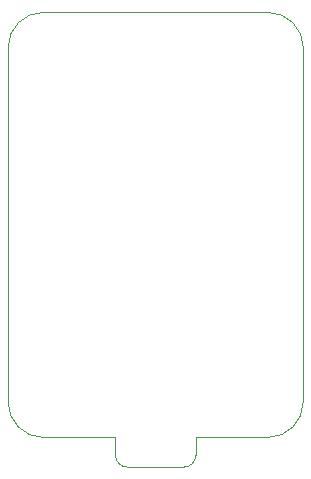
<source format=gbr>
G04 #@! TF.FileFunction,Profile,NP*
%FSLAX46Y46*%
G04 Gerber Fmt 4.6, Leading zero omitted, Abs format (unit mm)*
G04 Created by KiCad (PCBNEW 4.0.7) date 03/01/18 12:10:17*
%MOMM*%
%LPD*%
G01*
G04 APERTURE LIST*
%ADD10C,0.100000*%
G04 APERTURE END LIST*
D10*
X141000000Y-91000000D02*
X136199996Y-91000000D01*
X136199996Y-91000000D02*
G75*
G02X135199996Y-90000000I0J1000000D01*
G01*
X135199996Y-90000000D02*
X135199996Y-88500000D01*
X135199996Y-88500000D02*
X129099998Y-88500000D01*
X129099998Y-88500000D02*
G75*
G02X126099998Y-85500000I0J3000000D01*
G01*
X126099998Y-85500000D02*
X126099998Y-55500000D01*
X126099998Y-55500000D02*
G75*
G02X129099998Y-52500000I3000000J0D01*
G01*
X129099998Y-52500000D02*
X135199996Y-52500000D01*
X135199996Y-52500000D02*
X142000000Y-52500000D01*
X142000000Y-52500000D02*
X148099998Y-52500000D01*
X148099998Y-52500000D02*
G75*
G02X151099998Y-55500000I0J-3000000D01*
G01*
X151099998Y-55500000D02*
X151099998Y-85500000D01*
X151099998Y-85500000D02*
G75*
G02X148099998Y-88500000I-3000000J0D01*
G01*
X148099998Y-88500000D02*
X142000000Y-88500000D01*
X142000000Y-88500000D02*
X142000000Y-90000000D01*
X142000000Y-90000000D02*
G75*
G02X141000000Y-91000000I-1000000J0D01*
G01*
M02*

</source>
